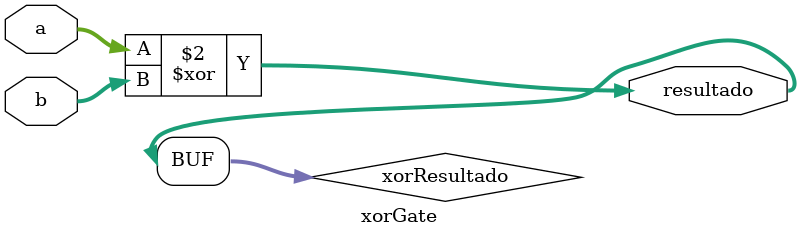
<source format=sv>
module xorGate #(parameter N = 4)(input logic [N-1:0] a, b, output logic [N-1:0] resultado);

    logic [N-1:0] xorResultado;

    always_comb begin
        xorResultado <= a ^ b;
    end

    assign resultado = xorResultado;

endmodule 
</source>
